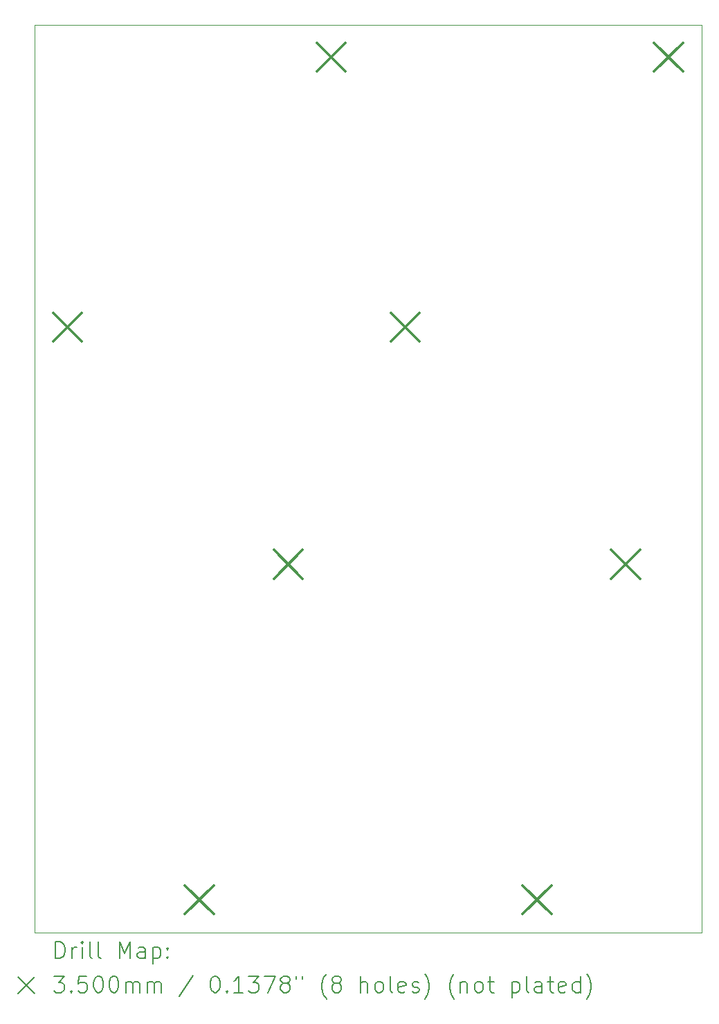
<source format=gbr>
%TF.GenerationSoftware,KiCad,Pcbnew,8.0.2-1*%
%TF.CreationDate,2024-08-30T08:24:14+02:00*%
%TF.ProjectId,vixen,76697865-6e2e-46b6-9963-61645f706362,rev?*%
%TF.SameCoordinates,Original*%
%TF.FileFunction,Drillmap*%
%TF.FilePolarity,Positive*%
%FSLAX45Y45*%
G04 Gerber Fmt 4.5, Leading zero omitted, Abs format (unit mm)*
G04 Created by KiCad (PCBNEW 8.0.2-1) date 2024-08-30 08:24:14*
%MOMM*%
%LPD*%
G01*
G04 APERTURE LIST*
%ADD10C,0.100000*%
%ADD11C,0.200000*%
%ADD12C,0.350000*%
G04 APERTURE END LIST*
D10*
X3000000Y-3000000D02*
X11160000Y-3000000D01*
X11160000Y-14100000D01*
X3000000Y-14100000D01*
X3000000Y-3000000D01*
D11*
D12*
X3225000Y-6525000D02*
X3575000Y-6875000D01*
X3575000Y-6525000D02*
X3225000Y-6875000D01*
X4840000Y-13525000D02*
X5190000Y-13875000D01*
X5190000Y-13525000D02*
X4840000Y-13875000D01*
X5925000Y-9425000D02*
X6275000Y-9775000D01*
X6275000Y-9425000D02*
X5925000Y-9775000D01*
X6450000Y-3225000D02*
X6800000Y-3575000D01*
X6800000Y-3225000D02*
X6450000Y-3575000D01*
X7355000Y-6525000D02*
X7705000Y-6875000D01*
X7705000Y-6525000D02*
X7355000Y-6875000D01*
X8970000Y-13525000D02*
X9320000Y-13875000D01*
X9320000Y-13525000D02*
X8970000Y-13875000D01*
X10055000Y-9425000D02*
X10405000Y-9775000D01*
X10405000Y-9425000D02*
X10055000Y-9775000D01*
X10580000Y-3225000D02*
X10930000Y-3575000D01*
X10930000Y-3225000D02*
X10580000Y-3575000D01*
D11*
X3255777Y-14416484D02*
X3255777Y-14216484D01*
X3255777Y-14216484D02*
X3303396Y-14216484D01*
X3303396Y-14216484D02*
X3331967Y-14226008D01*
X3331967Y-14226008D02*
X3351015Y-14245055D01*
X3351015Y-14245055D02*
X3360539Y-14264103D01*
X3360539Y-14264103D02*
X3370062Y-14302198D01*
X3370062Y-14302198D02*
X3370062Y-14330769D01*
X3370062Y-14330769D02*
X3360539Y-14368865D01*
X3360539Y-14368865D02*
X3351015Y-14387912D01*
X3351015Y-14387912D02*
X3331967Y-14406960D01*
X3331967Y-14406960D02*
X3303396Y-14416484D01*
X3303396Y-14416484D02*
X3255777Y-14416484D01*
X3455777Y-14416484D02*
X3455777Y-14283150D01*
X3455777Y-14321246D02*
X3465301Y-14302198D01*
X3465301Y-14302198D02*
X3474824Y-14292674D01*
X3474824Y-14292674D02*
X3493872Y-14283150D01*
X3493872Y-14283150D02*
X3512920Y-14283150D01*
X3579586Y-14416484D02*
X3579586Y-14283150D01*
X3579586Y-14216484D02*
X3570062Y-14226008D01*
X3570062Y-14226008D02*
X3579586Y-14235531D01*
X3579586Y-14235531D02*
X3589110Y-14226008D01*
X3589110Y-14226008D02*
X3579586Y-14216484D01*
X3579586Y-14216484D02*
X3579586Y-14235531D01*
X3703396Y-14416484D02*
X3684348Y-14406960D01*
X3684348Y-14406960D02*
X3674824Y-14387912D01*
X3674824Y-14387912D02*
X3674824Y-14216484D01*
X3808158Y-14416484D02*
X3789110Y-14406960D01*
X3789110Y-14406960D02*
X3779586Y-14387912D01*
X3779586Y-14387912D02*
X3779586Y-14216484D01*
X4036729Y-14416484D02*
X4036729Y-14216484D01*
X4036729Y-14216484D02*
X4103396Y-14359341D01*
X4103396Y-14359341D02*
X4170062Y-14216484D01*
X4170062Y-14216484D02*
X4170062Y-14416484D01*
X4351015Y-14416484D02*
X4351015Y-14311722D01*
X4351015Y-14311722D02*
X4341491Y-14292674D01*
X4341491Y-14292674D02*
X4322444Y-14283150D01*
X4322444Y-14283150D02*
X4284348Y-14283150D01*
X4284348Y-14283150D02*
X4265301Y-14292674D01*
X4351015Y-14406960D02*
X4331967Y-14416484D01*
X4331967Y-14416484D02*
X4284348Y-14416484D01*
X4284348Y-14416484D02*
X4265301Y-14406960D01*
X4265301Y-14406960D02*
X4255777Y-14387912D01*
X4255777Y-14387912D02*
X4255777Y-14368865D01*
X4255777Y-14368865D02*
X4265301Y-14349817D01*
X4265301Y-14349817D02*
X4284348Y-14340293D01*
X4284348Y-14340293D02*
X4331967Y-14340293D01*
X4331967Y-14340293D02*
X4351015Y-14330769D01*
X4446253Y-14283150D02*
X4446253Y-14483150D01*
X4446253Y-14292674D02*
X4465301Y-14283150D01*
X4465301Y-14283150D02*
X4503396Y-14283150D01*
X4503396Y-14283150D02*
X4522444Y-14292674D01*
X4522444Y-14292674D02*
X4531967Y-14302198D01*
X4531967Y-14302198D02*
X4541491Y-14321246D01*
X4541491Y-14321246D02*
X4541491Y-14378388D01*
X4541491Y-14378388D02*
X4531967Y-14397436D01*
X4531967Y-14397436D02*
X4522444Y-14406960D01*
X4522444Y-14406960D02*
X4503396Y-14416484D01*
X4503396Y-14416484D02*
X4465301Y-14416484D01*
X4465301Y-14416484D02*
X4446253Y-14406960D01*
X4627205Y-14397436D02*
X4636729Y-14406960D01*
X4636729Y-14406960D02*
X4627205Y-14416484D01*
X4627205Y-14416484D02*
X4617682Y-14406960D01*
X4617682Y-14406960D02*
X4627205Y-14397436D01*
X4627205Y-14397436D02*
X4627205Y-14416484D01*
X4627205Y-14292674D02*
X4636729Y-14302198D01*
X4636729Y-14302198D02*
X4627205Y-14311722D01*
X4627205Y-14311722D02*
X4617682Y-14302198D01*
X4617682Y-14302198D02*
X4627205Y-14292674D01*
X4627205Y-14292674D02*
X4627205Y-14311722D01*
X2795000Y-14645000D02*
X2995000Y-14845000D01*
X2995000Y-14645000D02*
X2795000Y-14845000D01*
X3236729Y-14636484D02*
X3360539Y-14636484D01*
X3360539Y-14636484D02*
X3293872Y-14712674D01*
X3293872Y-14712674D02*
X3322443Y-14712674D01*
X3322443Y-14712674D02*
X3341491Y-14722198D01*
X3341491Y-14722198D02*
X3351015Y-14731722D01*
X3351015Y-14731722D02*
X3360539Y-14750769D01*
X3360539Y-14750769D02*
X3360539Y-14798388D01*
X3360539Y-14798388D02*
X3351015Y-14817436D01*
X3351015Y-14817436D02*
X3341491Y-14826960D01*
X3341491Y-14826960D02*
X3322443Y-14836484D01*
X3322443Y-14836484D02*
X3265301Y-14836484D01*
X3265301Y-14836484D02*
X3246253Y-14826960D01*
X3246253Y-14826960D02*
X3236729Y-14817436D01*
X3446253Y-14817436D02*
X3455777Y-14826960D01*
X3455777Y-14826960D02*
X3446253Y-14836484D01*
X3446253Y-14836484D02*
X3436729Y-14826960D01*
X3436729Y-14826960D02*
X3446253Y-14817436D01*
X3446253Y-14817436D02*
X3446253Y-14836484D01*
X3636729Y-14636484D02*
X3541491Y-14636484D01*
X3541491Y-14636484D02*
X3531967Y-14731722D01*
X3531967Y-14731722D02*
X3541491Y-14722198D01*
X3541491Y-14722198D02*
X3560539Y-14712674D01*
X3560539Y-14712674D02*
X3608158Y-14712674D01*
X3608158Y-14712674D02*
X3627205Y-14722198D01*
X3627205Y-14722198D02*
X3636729Y-14731722D01*
X3636729Y-14731722D02*
X3646253Y-14750769D01*
X3646253Y-14750769D02*
X3646253Y-14798388D01*
X3646253Y-14798388D02*
X3636729Y-14817436D01*
X3636729Y-14817436D02*
X3627205Y-14826960D01*
X3627205Y-14826960D02*
X3608158Y-14836484D01*
X3608158Y-14836484D02*
X3560539Y-14836484D01*
X3560539Y-14836484D02*
X3541491Y-14826960D01*
X3541491Y-14826960D02*
X3531967Y-14817436D01*
X3770062Y-14636484D02*
X3789110Y-14636484D01*
X3789110Y-14636484D02*
X3808158Y-14646008D01*
X3808158Y-14646008D02*
X3817682Y-14655531D01*
X3817682Y-14655531D02*
X3827205Y-14674579D01*
X3827205Y-14674579D02*
X3836729Y-14712674D01*
X3836729Y-14712674D02*
X3836729Y-14760293D01*
X3836729Y-14760293D02*
X3827205Y-14798388D01*
X3827205Y-14798388D02*
X3817682Y-14817436D01*
X3817682Y-14817436D02*
X3808158Y-14826960D01*
X3808158Y-14826960D02*
X3789110Y-14836484D01*
X3789110Y-14836484D02*
X3770062Y-14836484D01*
X3770062Y-14836484D02*
X3751015Y-14826960D01*
X3751015Y-14826960D02*
X3741491Y-14817436D01*
X3741491Y-14817436D02*
X3731967Y-14798388D01*
X3731967Y-14798388D02*
X3722443Y-14760293D01*
X3722443Y-14760293D02*
X3722443Y-14712674D01*
X3722443Y-14712674D02*
X3731967Y-14674579D01*
X3731967Y-14674579D02*
X3741491Y-14655531D01*
X3741491Y-14655531D02*
X3751015Y-14646008D01*
X3751015Y-14646008D02*
X3770062Y-14636484D01*
X3960539Y-14636484D02*
X3979586Y-14636484D01*
X3979586Y-14636484D02*
X3998634Y-14646008D01*
X3998634Y-14646008D02*
X4008158Y-14655531D01*
X4008158Y-14655531D02*
X4017682Y-14674579D01*
X4017682Y-14674579D02*
X4027205Y-14712674D01*
X4027205Y-14712674D02*
X4027205Y-14760293D01*
X4027205Y-14760293D02*
X4017682Y-14798388D01*
X4017682Y-14798388D02*
X4008158Y-14817436D01*
X4008158Y-14817436D02*
X3998634Y-14826960D01*
X3998634Y-14826960D02*
X3979586Y-14836484D01*
X3979586Y-14836484D02*
X3960539Y-14836484D01*
X3960539Y-14836484D02*
X3941491Y-14826960D01*
X3941491Y-14826960D02*
X3931967Y-14817436D01*
X3931967Y-14817436D02*
X3922443Y-14798388D01*
X3922443Y-14798388D02*
X3912920Y-14760293D01*
X3912920Y-14760293D02*
X3912920Y-14712674D01*
X3912920Y-14712674D02*
X3922443Y-14674579D01*
X3922443Y-14674579D02*
X3931967Y-14655531D01*
X3931967Y-14655531D02*
X3941491Y-14646008D01*
X3941491Y-14646008D02*
X3960539Y-14636484D01*
X4112920Y-14836484D02*
X4112920Y-14703150D01*
X4112920Y-14722198D02*
X4122443Y-14712674D01*
X4122443Y-14712674D02*
X4141491Y-14703150D01*
X4141491Y-14703150D02*
X4170063Y-14703150D01*
X4170063Y-14703150D02*
X4189110Y-14712674D01*
X4189110Y-14712674D02*
X4198634Y-14731722D01*
X4198634Y-14731722D02*
X4198634Y-14836484D01*
X4198634Y-14731722D02*
X4208158Y-14712674D01*
X4208158Y-14712674D02*
X4227205Y-14703150D01*
X4227205Y-14703150D02*
X4255777Y-14703150D01*
X4255777Y-14703150D02*
X4274825Y-14712674D01*
X4274825Y-14712674D02*
X4284348Y-14731722D01*
X4284348Y-14731722D02*
X4284348Y-14836484D01*
X4379586Y-14836484D02*
X4379586Y-14703150D01*
X4379586Y-14722198D02*
X4389110Y-14712674D01*
X4389110Y-14712674D02*
X4408158Y-14703150D01*
X4408158Y-14703150D02*
X4436729Y-14703150D01*
X4436729Y-14703150D02*
X4455777Y-14712674D01*
X4455777Y-14712674D02*
X4465301Y-14731722D01*
X4465301Y-14731722D02*
X4465301Y-14836484D01*
X4465301Y-14731722D02*
X4474825Y-14712674D01*
X4474825Y-14712674D02*
X4493872Y-14703150D01*
X4493872Y-14703150D02*
X4522444Y-14703150D01*
X4522444Y-14703150D02*
X4541491Y-14712674D01*
X4541491Y-14712674D02*
X4551015Y-14731722D01*
X4551015Y-14731722D02*
X4551015Y-14836484D01*
X4941491Y-14626960D02*
X4770063Y-14884103D01*
X5198634Y-14636484D02*
X5217682Y-14636484D01*
X5217682Y-14636484D02*
X5236729Y-14646008D01*
X5236729Y-14646008D02*
X5246253Y-14655531D01*
X5246253Y-14655531D02*
X5255777Y-14674579D01*
X5255777Y-14674579D02*
X5265301Y-14712674D01*
X5265301Y-14712674D02*
X5265301Y-14760293D01*
X5265301Y-14760293D02*
X5255777Y-14798388D01*
X5255777Y-14798388D02*
X5246253Y-14817436D01*
X5246253Y-14817436D02*
X5236729Y-14826960D01*
X5236729Y-14826960D02*
X5217682Y-14836484D01*
X5217682Y-14836484D02*
X5198634Y-14836484D01*
X5198634Y-14836484D02*
X5179587Y-14826960D01*
X5179587Y-14826960D02*
X5170063Y-14817436D01*
X5170063Y-14817436D02*
X5160539Y-14798388D01*
X5160539Y-14798388D02*
X5151015Y-14760293D01*
X5151015Y-14760293D02*
X5151015Y-14712674D01*
X5151015Y-14712674D02*
X5160539Y-14674579D01*
X5160539Y-14674579D02*
X5170063Y-14655531D01*
X5170063Y-14655531D02*
X5179587Y-14646008D01*
X5179587Y-14646008D02*
X5198634Y-14636484D01*
X5351015Y-14817436D02*
X5360539Y-14826960D01*
X5360539Y-14826960D02*
X5351015Y-14836484D01*
X5351015Y-14836484D02*
X5341491Y-14826960D01*
X5341491Y-14826960D02*
X5351015Y-14817436D01*
X5351015Y-14817436D02*
X5351015Y-14836484D01*
X5551015Y-14836484D02*
X5436729Y-14836484D01*
X5493872Y-14836484D02*
X5493872Y-14636484D01*
X5493872Y-14636484D02*
X5474825Y-14665055D01*
X5474825Y-14665055D02*
X5455777Y-14684103D01*
X5455777Y-14684103D02*
X5436729Y-14693627D01*
X5617682Y-14636484D02*
X5741491Y-14636484D01*
X5741491Y-14636484D02*
X5674825Y-14712674D01*
X5674825Y-14712674D02*
X5703396Y-14712674D01*
X5703396Y-14712674D02*
X5722444Y-14722198D01*
X5722444Y-14722198D02*
X5731967Y-14731722D01*
X5731967Y-14731722D02*
X5741491Y-14750769D01*
X5741491Y-14750769D02*
X5741491Y-14798388D01*
X5741491Y-14798388D02*
X5731967Y-14817436D01*
X5731967Y-14817436D02*
X5722444Y-14826960D01*
X5722444Y-14826960D02*
X5703396Y-14836484D01*
X5703396Y-14836484D02*
X5646253Y-14836484D01*
X5646253Y-14836484D02*
X5627206Y-14826960D01*
X5627206Y-14826960D02*
X5617682Y-14817436D01*
X5808158Y-14636484D02*
X5941491Y-14636484D01*
X5941491Y-14636484D02*
X5855777Y-14836484D01*
X6046253Y-14722198D02*
X6027206Y-14712674D01*
X6027206Y-14712674D02*
X6017682Y-14703150D01*
X6017682Y-14703150D02*
X6008158Y-14684103D01*
X6008158Y-14684103D02*
X6008158Y-14674579D01*
X6008158Y-14674579D02*
X6017682Y-14655531D01*
X6017682Y-14655531D02*
X6027206Y-14646008D01*
X6027206Y-14646008D02*
X6046253Y-14636484D01*
X6046253Y-14636484D02*
X6084348Y-14636484D01*
X6084348Y-14636484D02*
X6103396Y-14646008D01*
X6103396Y-14646008D02*
X6112920Y-14655531D01*
X6112920Y-14655531D02*
X6122444Y-14674579D01*
X6122444Y-14674579D02*
X6122444Y-14684103D01*
X6122444Y-14684103D02*
X6112920Y-14703150D01*
X6112920Y-14703150D02*
X6103396Y-14712674D01*
X6103396Y-14712674D02*
X6084348Y-14722198D01*
X6084348Y-14722198D02*
X6046253Y-14722198D01*
X6046253Y-14722198D02*
X6027206Y-14731722D01*
X6027206Y-14731722D02*
X6017682Y-14741246D01*
X6017682Y-14741246D02*
X6008158Y-14760293D01*
X6008158Y-14760293D02*
X6008158Y-14798388D01*
X6008158Y-14798388D02*
X6017682Y-14817436D01*
X6017682Y-14817436D02*
X6027206Y-14826960D01*
X6027206Y-14826960D02*
X6046253Y-14836484D01*
X6046253Y-14836484D02*
X6084348Y-14836484D01*
X6084348Y-14836484D02*
X6103396Y-14826960D01*
X6103396Y-14826960D02*
X6112920Y-14817436D01*
X6112920Y-14817436D02*
X6122444Y-14798388D01*
X6122444Y-14798388D02*
X6122444Y-14760293D01*
X6122444Y-14760293D02*
X6112920Y-14741246D01*
X6112920Y-14741246D02*
X6103396Y-14731722D01*
X6103396Y-14731722D02*
X6084348Y-14722198D01*
X6198634Y-14636484D02*
X6198634Y-14674579D01*
X6274825Y-14636484D02*
X6274825Y-14674579D01*
X6570063Y-14912674D02*
X6560539Y-14903150D01*
X6560539Y-14903150D02*
X6541491Y-14874579D01*
X6541491Y-14874579D02*
X6531968Y-14855531D01*
X6531968Y-14855531D02*
X6522444Y-14826960D01*
X6522444Y-14826960D02*
X6512920Y-14779341D01*
X6512920Y-14779341D02*
X6512920Y-14741246D01*
X6512920Y-14741246D02*
X6522444Y-14693627D01*
X6522444Y-14693627D02*
X6531968Y-14665055D01*
X6531968Y-14665055D02*
X6541491Y-14646008D01*
X6541491Y-14646008D02*
X6560539Y-14617436D01*
X6560539Y-14617436D02*
X6570063Y-14607912D01*
X6674825Y-14722198D02*
X6655777Y-14712674D01*
X6655777Y-14712674D02*
X6646253Y-14703150D01*
X6646253Y-14703150D02*
X6636729Y-14684103D01*
X6636729Y-14684103D02*
X6636729Y-14674579D01*
X6636729Y-14674579D02*
X6646253Y-14655531D01*
X6646253Y-14655531D02*
X6655777Y-14646008D01*
X6655777Y-14646008D02*
X6674825Y-14636484D01*
X6674825Y-14636484D02*
X6712920Y-14636484D01*
X6712920Y-14636484D02*
X6731968Y-14646008D01*
X6731968Y-14646008D02*
X6741491Y-14655531D01*
X6741491Y-14655531D02*
X6751015Y-14674579D01*
X6751015Y-14674579D02*
X6751015Y-14684103D01*
X6751015Y-14684103D02*
X6741491Y-14703150D01*
X6741491Y-14703150D02*
X6731968Y-14712674D01*
X6731968Y-14712674D02*
X6712920Y-14722198D01*
X6712920Y-14722198D02*
X6674825Y-14722198D01*
X6674825Y-14722198D02*
X6655777Y-14731722D01*
X6655777Y-14731722D02*
X6646253Y-14741246D01*
X6646253Y-14741246D02*
X6636729Y-14760293D01*
X6636729Y-14760293D02*
X6636729Y-14798388D01*
X6636729Y-14798388D02*
X6646253Y-14817436D01*
X6646253Y-14817436D02*
X6655777Y-14826960D01*
X6655777Y-14826960D02*
X6674825Y-14836484D01*
X6674825Y-14836484D02*
X6712920Y-14836484D01*
X6712920Y-14836484D02*
X6731968Y-14826960D01*
X6731968Y-14826960D02*
X6741491Y-14817436D01*
X6741491Y-14817436D02*
X6751015Y-14798388D01*
X6751015Y-14798388D02*
X6751015Y-14760293D01*
X6751015Y-14760293D02*
X6741491Y-14741246D01*
X6741491Y-14741246D02*
X6731968Y-14731722D01*
X6731968Y-14731722D02*
X6712920Y-14722198D01*
X6989110Y-14836484D02*
X6989110Y-14636484D01*
X7074825Y-14836484D02*
X7074825Y-14731722D01*
X7074825Y-14731722D02*
X7065301Y-14712674D01*
X7065301Y-14712674D02*
X7046253Y-14703150D01*
X7046253Y-14703150D02*
X7017682Y-14703150D01*
X7017682Y-14703150D02*
X6998634Y-14712674D01*
X6998634Y-14712674D02*
X6989110Y-14722198D01*
X7198634Y-14836484D02*
X7179587Y-14826960D01*
X7179587Y-14826960D02*
X7170063Y-14817436D01*
X7170063Y-14817436D02*
X7160539Y-14798388D01*
X7160539Y-14798388D02*
X7160539Y-14741246D01*
X7160539Y-14741246D02*
X7170063Y-14722198D01*
X7170063Y-14722198D02*
X7179587Y-14712674D01*
X7179587Y-14712674D02*
X7198634Y-14703150D01*
X7198634Y-14703150D02*
X7227206Y-14703150D01*
X7227206Y-14703150D02*
X7246253Y-14712674D01*
X7246253Y-14712674D02*
X7255777Y-14722198D01*
X7255777Y-14722198D02*
X7265301Y-14741246D01*
X7265301Y-14741246D02*
X7265301Y-14798388D01*
X7265301Y-14798388D02*
X7255777Y-14817436D01*
X7255777Y-14817436D02*
X7246253Y-14826960D01*
X7246253Y-14826960D02*
X7227206Y-14836484D01*
X7227206Y-14836484D02*
X7198634Y-14836484D01*
X7379587Y-14836484D02*
X7360539Y-14826960D01*
X7360539Y-14826960D02*
X7351015Y-14807912D01*
X7351015Y-14807912D02*
X7351015Y-14636484D01*
X7531968Y-14826960D02*
X7512920Y-14836484D01*
X7512920Y-14836484D02*
X7474825Y-14836484D01*
X7474825Y-14836484D02*
X7455777Y-14826960D01*
X7455777Y-14826960D02*
X7446253Y-14807912D01*
X7446253Y-14807912D02*
X7446253Y-14731722D01*
X7446253Y-14731722D02*
X7455777Y-14712674D01*
X7455777Y-14712674D02*
X7474825Y-14703150D01*
X7474825Y-14703150D02*
X7512920Y-14703150D01*
X7512920Y-14703150D02*
X7531968Y-14712674D01*
X7531968Y-14712674D02*
X7541491Y-14731722D01*
X7541491Y-14731722D02*
X7541491Y-14750769D01*
X7541491Y-14750769D02*
X7446253Y-14769817D01*
X7617682Y-14826960D02*
X7636730Y-14836484D01*
X7636730Y-14836484D02*
X7674825Y-14836484D01*
X7674825Y-14836484D02*
X7693872Y-14826960D01*
X7693872Y-14826960D02*
X7703396Y-14807912D01*
X7703396Y-14807912D02*
X7703396Y-14798388D01*
X7703396Y-14798388D02*
X7693872Y-14779341D01*
X7693872Y-14779341D02*
X7674825Y-14769817D01*
X7674825Y-14769817D02*
X7646253Y-14769817D01*
X7646253Y-14769817D02*
X7627206Y-14760293D01*
X7627206Y-14760293D02*
X7617682Y-14741246D01*
X7617682Y-14741246D02*
X7617682Y-14731722D01*
X7617682Y-14731722D02*
X7627206Y-14712674D01*
X7627206Y-14712674D02*
X7646253Y-14703150D01*
X7646253Y-14703150D02*
X7674825Y-14703150D01*
X7674825Y-14703150D02*
X7693872Y-14712674D01*
X7770063Y-14912674D02*
X7779587Y-14903150D01*
X7779587Y-14903150D02*
X7798634Y-14874579D01*
X7798634Y-14874579D02*
X7808158Y-14855531D01*
X7808158Y-14855531D02*
X7817682Y-14826960D01*
X7817682Y-14826960D02*
X7827206Y-14779341D01*
X7827206Y-14779341D02*
X7827206Y-14741246D01*
X7827206Y-14741246D02*
X7817682Y-14693627D01*
X7817682Y-14693627D02*
X7808158Y-14665055D01*
X7808158Y-14665055D02*
X7798634Y-14646008D01*
X7798634Y-14646008D02*
X7779587Y-14617436D01*
X7779587Y-14617436D02*
X7770063Y-14607912D01*
X8131968Y-14912674D02*
X8122444Y-14903150D01*
X8122444Y-14903150D02*
X8103396Y-14874579D01*
X8103396Y-14874579D02*
X8093872Y-14855531D01*
X8093872Y-14855531D02*
X8084349Y-14826960D01*
X8084349Y-14826960D02*
X8074825Y-14779341D01*
X8074825Y-14779341D02*
X8074825Y-14741246D01*
X8074825Y-14741246D02*
X8084349Y-14693627D01*
X8084349Y-14693627D02*
X8093872Y-14665055D01*
X8093872Y-14665055D02*
X8103396Y-14646008D01*
X8103396Y-14646008D02*
X8122444Y-14617436D01*
X8122444Y-14617436D02*
X8131968Y-14607912D01*
X8208158Y-14703150D02*
X8208158Y-14836484D01*
X8208158Y-14722198D02*
X8217682Y-14712674D01*
X8217682Y-14712674D02*
X8236730Y-14703150D01*
X8236730Y-14703150D02*
X8265301Y-14703150D01*
X8265301Y-14703150D02*
X8284349Y-14712674D01*
X8284349Y-14712674D02*
X8293872Y-14731722D01*
X8293872Y-14731722D02*
X8293872Y-14836484D01*
X8417682Y-14836484D02*
X8398634Y-14826960D01*
X8398634Y-14826960D02*
X8389111Y-14817436D01*
X8389111Y-14817436D02*
X8379587Y-14798388D01*
X8379587Y-14798388D02*
X8379587Y-14741246D01*
X8379587Y-14741246D02*
X8389111Y-14722198D01*
X8389111Y-14722198D02*
X8398634Y-14712674D01*
X8398634Y-14712674D02*
X8417682Y-14703150D01*
X8417682Y-14703150D02*
X8446254Y-14703150D01*
X8446254Y-14703150D02*
X8465301Y-14712674D01*
X8465301Y-14712674D02*
X8474825Y-14722198D01*
X8474825Y-14722198D02*
X8484349Y-14741246D01*
X8484349Y-14741246D02*
X8484349Y-14798388D01*
X8484349Y-14798388D02*
X8474825Y-14817436D01*
X8474825Y-14817436D02*
X8465301Y-14826960D01*
X8465301Y-14826960D02*
X8446254Y-14836484D01*
X8446254Y-14836484D02*
X8417682Y-14836484D01*
X8541492Y-14703150D02*
X8617682Y-14703150D01*
X8570063Y-14636484D02*
X8570063Y-14807912D01*
X8570063Y-14807912D02*
X8579587Y-14826960D01*
X8579587Y-14826960D02*
X8598634Y-14836484D01*
X8598634Y-14836484D02*
X8617682Y-14836484D01*
X8836730Y-14703150D02*
X8836730Y-14903150D01*
X8836730Y-14712674D02*
X8855777Y-14703150D01*
X8855777Y-14703150D02*
X8893873Y-14703150D01*
X8893873Y-14703150D02*
X8912920Y-14712674D01*
X8912920Y-14712674D02*
X8922444Y-14722198D01*
X8922444Y-14722198D02*
X8931968Y-14741246D01*
X8931968Y-14741246D02*
X8931968Y-14798388D01*
X8931968Y-14798388D02*
X8922444Y-14817436D01*
X8922444Y-14817436D02*
X8912920Y-14826960D01*
X8912920Y-14826960D02*
X8893873Y-14836484D01*
X8893873Y-14836484D02*
X8855777Y-14836484D01*
X8855777Y-14836484D02*
X8836730Y-14826960D01*
X9046254Y-14836484D02*
X9027206Y-14826960D01*
X9027206Y-14826960D02*
X9017682Y-14807912D01*
X9017682Y-14807912D02*
X9017682Y-14636484D01*
X9208158Y-14836484D02*
X9208158Y-14731722D01*
X9208158Y-14731722D02*
X9198635Y-14712674D01*
X9198635Y-14712674D02*
X9179587Y-14703150D01*
X9179587Y-14703150D02*
X9141492Y-14703150D01*
X9141492Y-14703150D02*
X9122444Y-14712674D01*
X9208158Y-14826960D02*
X9189111Y-14836484D01*
X9189111Y-14836484D02*
X9141492Y-14836484D01*
X9141492Y-14836484D02*
X9122444Y-14826960D01*
X9122444Y-14826960D02*
X9112920Y-14807912D01*
X9112920Y-14807912D02*
X9112920Y-14788865D01*
X9112920Y-14788865D02*
X9122444Y-14769817D01*
X9122444Y-14769817D02*
X9141492Y-14760293D01*
X9141492Y-14760293D02*
X9189111Y-14760293D01*
X9189111Y-14760293D02*
X9208158Y-14750769D01*
X9274825Y-14703150D02*
X9351015Y-14703150D01*
X9303396Y-14636484D02*
X9303396Y-14807912D01*
X9303396Y-14807912D02*
X9312920Y-14826960D01*
X9312920Y-14826960D02*
X9331968Y-14836484D01*
X9331968Y-14836484D02*
X9351015Y-14836484D01*
X9493873Y-14826960D02*
X9474825Y-14836484D01*
X9474825Y-14836484D02*
X9436730Y-14836484D01*
X9436730Y-14836484D02*
X9417682Y-14826960D01*
X9417682Y-14826960D02*
X9408158Y-14807912D01*
X9408158Y-14807912D02*
X9408158Y-14731722D01*
X9408158Y-14731722D02*
X9417682Y-14712674D01*
X9417682Y-14712674D02*
X9436730Y-14703150D01*
X9436730Y-14703150D02*
X9474825Y-14703150D01*
X9474825Y-14703150D02*
X9493873Y-14712674D01*
X9493873Y-14712674D02*
X9503396Y-14731722D01*
X9503396Y-14731722D02*
X9503396Y-14750769D01*
X9503396Y-14750769D02*
X9408158Y-14769817D01*
X9674825Y-14836484D02*
X9674825Y-14636484D01*
X9674825Y-14826960D02*
X9655777Y-14836484D01*
X9655777Y-14836484D02*
X9617682Y-14836484D01*
X9617682Y-14836484D02*
X9598635Y-14826960D01*
X9598635Y-14826960D02*
X9589111Y-14817436D01*
X9589111Y-14817436D02*
X9579587Y-14798388D01*
X9579587Y-14798388D02*
X9579587Y-14741246D01*
X9579587Y-14741246D02*
X9589111Y-14722198D01*
X9589111Y-14722198D02*
X9598635Y-14712674D01*
X9598635Y-14712674D02*
X9617682Y-14703150D01*
X9617682Y-14703150D02*
X9655777Y-14703150D01*
X9655777Y-14703150D02*
X9674825Y-14712674D01*
X9751016Y-14912674D02*
X9760539Y-14903150D01*
X9760539Y-14903150D02*
X9779587Y-14874579D01*
X9779587Y-14874579D02*
X9789111Y-14855531D01*
X9789111Y-14855531D02*
X9798635Y-14826960D01*
X9798635Y-14826960D02*
X9808158Y-14779341D01*
X9808158Y-14779341D02*
X9808158Y-14741246D01*
X9808158Y-14741246D02*
X9798635Y-14693627D01*
X9798635Y-14693627D02*
X9789111Y-14665055D01*
X9789111Y-14665055D02*
X9779587Y-14646008D01*
X9779587Y-14646008D02*
X9760539Y-14617436D01*
X9760539Y-14617436D02*
X9751016Y-14607912D01*
M02*

</source>
